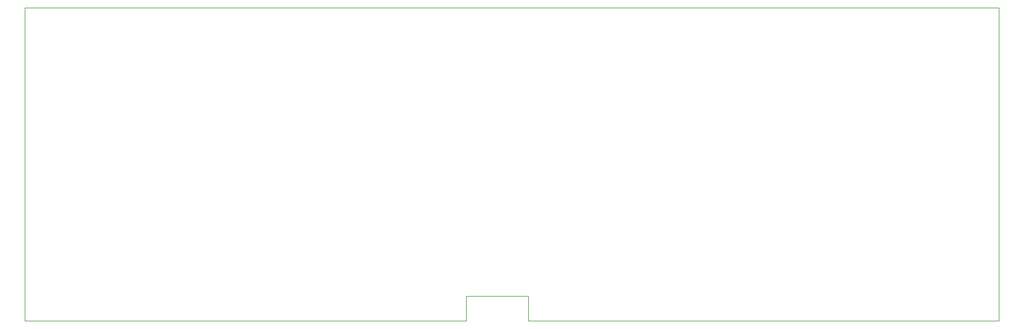
<source format=gm1>
%TF.GenerationSoftware,KiCad,Pcbnew,(6.0.2)*%
%TF.CreationDate,2022-03-04T11:59:17-06:00*%
%TF.ProjectId,rev1,72657631-2e6b-4696-9361-645f70636258,rev?*%
%TF.SameCoordinates,Original*%
%TF.FileFunction,Profile,NP*%
%FSLAX46Y46*%
G04 Gerber Fmt 4.6, Leading zero omitted, Abs format (unit mm)*
G04 Created by KiCad (PCBNEW (6.0.2)) date 2022-03-04 11:59:17*
%MOMM*%
%LPD*%
G01*
G04 APERTURE LIST*
%TA.AperFunction,Profile*%
%ADD10C,0.050000*%
%TD*%
G04 APERTURE END LIST*
D10*
X269240000Y-142240000D02*
X196850000Y-142240000D01*
X196850000Y-138430000D02*
X187325000Y-138430000D01*
X187325000Y-142240000D02*
X119380000Y-142240000D01*
X187325000Y-138430000D02*
X187325000Y-141605000D01*
X119380000Y-95250000D02*
X119380000Y-93980000D01*
X269240000Y-140335000D02*
X269240000Y-141605000D01*
X119380000Y-142240000D02*
X119380000Y-95250000D01*
X196850000Y-141605000D02*
X196850000Y-142240000D01*
X269240000Y-141605000D02*
X269240000Y-142240000D01*
X177165000Y-93980000D02*
X269240000Y-93980000D01*
X119380000Y-93980000D02*
X177165000Y-93980000D01*
X187325000Y-141605000D02*
X187325000Y-142240000D01*
X269240000Y-93980000D02*
X269240000Y-140335000D01*
X196850000Y-141605000D02*
X196850000Y-138430000D01*
M02*

</source>
